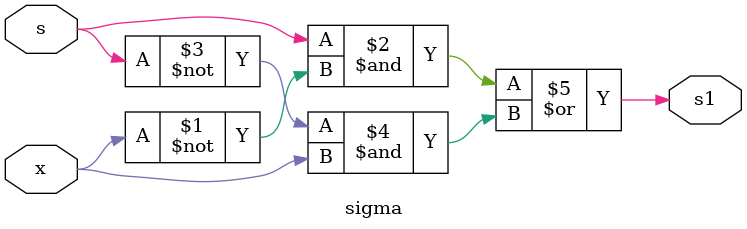
<source format=v>
module sigma(output s1, input x, input s);

   assign
     s1 = (s & (~x)) | ((~s) & x);
   
   
endmodule

</source>
